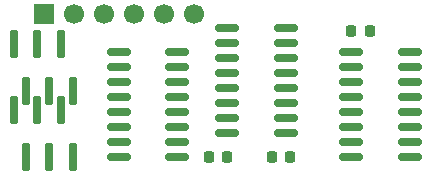
<source format=gbr>
%TF.GenerationSoftware,KiCad,Pcbnew,9.0.1*%
%TF.CreationDate,2025-08-04T21:34:24+02:00*%
%TF.ProjectId,rev1.0,72657631-2e30-42e6-9b69-6361645f7063,rev?*%
%TF.SameCoordinates,Original*%
%TF.FileFunction,Soldermask,Bot*%
%TF.FilePolarity,Negative*%
%FSLAX46Y46*%
G04 Gerber Fmt 4.6, Leading zero omitted, Abs format (unit mm)*
G04 Created by KiCad (PCBNEW 9.0.1) date 2025-08-04 21:34:24*
%MOMM*%
%LPD*%
G01*
G04 APERTURE LIST*
G04 Aperture macros list*
%AMRoundRect*
0 Rectangle with rounded corners*
0 $1 Rounding radius*
0 $2 $3 $4 $5 $6 $7 $8 $9 X,Y pos of 4 corners*
0 Add a 4 corners polygon primitive as box body*
4,1,4,$2,$3,$4,$5,$6,$7,$8,$9,$2,$3,0*
0 Add four circle primitives for the rounded corners*
1,1,$1+$1,$2,$3*
1,1,$1+$1,$4,$5*
1,1,$1+$1,$6,$7*
1,1,$1+$1,$8,$9*
0 Add four rect primitives between the rounded corners*
20,1,$1+$1,$2,$3,$4,$5,0*
20,1,$1+$1,$4,$5,$6,$7,0*
20,1,$1+$1,$6,$7,$8,$9,0*
20,1,$1+$1,$8,$9,$2,$3,0*%
G04 Aperture macros list end*
%ADD10RoundRect,0.090000X0.210000X1.060000X-0.210000X1.060000X-0.210000X-1.060000X0.210000X-1.060000X0*%
%ADD11R,1.700000X1.700000*%
%ADD12C,1.700000*%
%ADD13RoundRect,0.225000X0.225000X0.250000X-0.225000X0.250000X-0.225000X-0.250000X0.225000X-0.250000X0*%
%ADD14RoundRect,0.150000X-0.825000X-0.150000X0.825000X-0.150000X0.825000X0.150000X-0.825000X0.150000X0*%
%ADD15RoundRect,0.150000X0.825000X0.150000X-0.825000X0.150000X-0.825000X-0.150000X0.825000X-0.150000X0*%
%ADD16RoundRect,0.225000X-0.225000X-0.250000X0.225000X-0.250000X0.225000X0.250000X-0.225000X0.250000X0*%
G04 APERTURE END LIST*
D10*
%TO.C,J4*%
X208470000Y-98425000D03*
X209470000Y-102425000D03*
X206470000Y-98425000D03*
X207470000Y-102425000D03*
X204470000Y-98425000D03*
X205470000Y-102425000D03*
%TD*%
%TO.C,J3*%
X208470000Y-104000000D03*
X209470000Y-108000000D03*
X206470000Y-104000000D03*
X207470000Y-108000000D03*
X204470000Y-104000000D03*
X205470000Y-108000000D03*
%TD*%
D11*
%TO.C,J1*%
X207010000Y-95885000D03*
D12*
X209550000Y-95885000D03*
X212090000Y-95885000D03*
X214630000Y-95885000D03*
X217170000Y-95885000D03*
X219710000Y-95885000D03*
%TD*%
D13*
%TO.C,C3*%
X222530000Y-107950000D03*
X220980000Y-107950000D03*
%TD*%
D14*
%TO.C,U2*%
X222535000Y-105975000D03*
X222535000Y-104705000D03*
X222535000Y-103435000D03*
X222535000Y-102165000D03*
X222535000Y-100895000D03*
X222535000Y-99625000D03*
X222535000Y-98355000D03*
X222535000Y-97085000D03*
X227485000Y-97085000D03*
X227485000Y-98355000D03*
X227485000Y-99625000D03*
X227485000Y-100895000D03*
X227485000Y-102165000D03*
X227485000Y-103435000D03*
X227485000Y-104705000D03*
X227485000Y-105975000D03*
%TD*%
D15*
%TO.C,U1*%
X237995000Y-99060000D03*
X237995000Y-100330000D03*
X237995000Y-101600000D03*
X237995000Y-102870000D03*
X237995000Y-104140000D03*
X237995000Y-105410000D03*
X237995000Y-106680000D03*
X237995000Y-107950000D03*
X233045000Y-107950000D03*
X233045000Y-106680000D03*
X233045000Y-105410000D03*
X233045000Y-104140000D03*
X233045000Y-102870000D03*
X233045000Y-101600000D03*
X233045000Y-100330000D03*
X233045000Y-99060000D03*
%TD*%
D13*
%TO.C,C1*%
X234595000Y-97300684D03*
X233045000Y-97300684D03*
%TD*%
D14*
%TO.C,U3*%
X213360000Y-107950000D03*
X213360000Y-106680000D03*
X213360000Y-105410000D03*
X213360000Y-104140000D03*
X213360000Y-102870000D03*
X213360000Y-101600000D03*
X213360000Y-100330000D03*
X213360000Y-99060000D03*
X218310000Y-99060000D03*
X218310000Y-100330000D03*
X218310000Y-101600000D03*
X218310000Y-102870000D03*
X218310000Y-104140000D03*
X218310000Y-105410000D03*
X218310000Y-106680000D03*
X218310000Y-107950000D03*
%TD*%
D16*
%TO.C,C2*%
X226345000Y-107950000D03*
X227895000Y-107950000D03*
%TD*%
M02*

</source>
